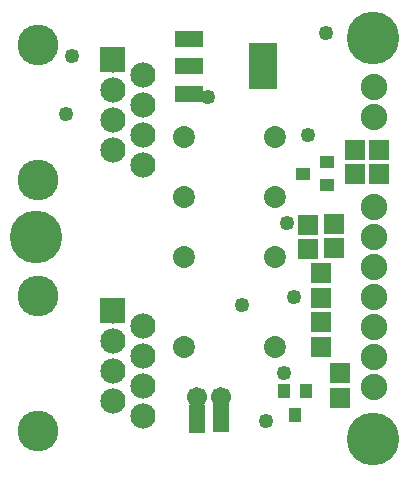
<source format=gts>
G04 MADE WITH FRITZING*
G04 WWW.FRITZING.ORG*
G04 DOUBLE SIDED*
G04 HOLES PLATED*
G04 CONTOUR ON CENTER OF CONTOUR VECTOR*
%ASAXBY*%
%FSLAX23Y23*%
%MOIN*%
%OFA0B0*%
%SFA1.0B1.0*%
%ADD10C,0.049370*%
%ADD11C,0.084000*%
%ADD12C,0.135984*%
%ADD13C,0.067000*%
%ADD14C,0.088000*%
%ADD15C,0.073221*%
%ADD16C,0.175354*%
%ADD17R,0.041496X0.045433*%
%ADD18R,0.045433X0.041496*%
%ADD19R,0.098000X0.058000*%
%ADD20R,0.096614X0.151732*%
%ADD21R,0.069055X0.065118*%
%ADD22R,0.065118X0.069055*%
%ADD23R,0.055957X0.096424*%
%ADD24R,0.001000X0.001000*%
%LNMASK1*%
G90*
G70*
G54D10*
X1075Y1140D03*
G54D11*
X524Y203D03*
X424Y253D03*
X524Y303D03*
X524Y403D03*
X524Y503D03*
X424Y353D03*
X424Y453D03*
X424Y553D03*
G54D12*
X174Y603D03*
X174Y153D03*
G54D11*
X523Y1040D03*
X423Y1090D03*
X523Y1140D03*
X523Y1240D03*
X523Y1340D03*
X423Y1190D03*
X423Y1290D03*
X423Y1390D03*
G54D12*
X173Y1440D03*
X173Y990D03*
G54D13*
X782Y265D03*
X703Y265D03*
X782Y265D03*
X703Y265D03*
G54D10*
X286Y1404D03*
X267Y1208D03*
X739Y1267D03*
G54D14*
X1295Y1300D03*
X1295Y1200D03*
G54D10*
X1134Y1480D03*
G54D14*
X1294Y898D03*
X1294Y798D03*
X1294Y698D03*
X1294Y598D03*
X1294Y498D03*
X1294Y398D03*
X1294Y298D03*
G54D10*
X855Y573D03*
X932Y186D03*
X993Y346D03*
G54D15*
X963Y734D03*
X660Y1133D03*
X660Y934D03*
X660Y734D03*
X660Y434D03*
X963Y434D03*
X963Y934D03*
X963Y1133D03*
G54D16*
X167Y799D03*
X1291Y1464D03*
X1291Y125D03*
G54D10*
X1003Y847D03*
X1028Y600D03*
G54D17*
X1068Y286D03*
X993Y286D03*
X1031Y207D03*
G54D18*
X1136Y974D03*
X1136Y1049D03*
X1057Y1011D03*
G54D19*
X678Y1459D03*
X678Y1368D03*
X678Y1277D03*
G54D20*
X922Y1368D03*
G54D21*
X1074Y841D03*
X1074Y761D03*
X1117Y434D03*
X1117Y515D03*
X1159Y843D03*
X1159Y763D03*
X1117Y678D03*
X1117Y597D03*
G54D22*
X1229Y1008D03*
X1310Y1008D03*
X1310Y1088D03*
X1230Y1088D03*
G54D21*
X1181Y345D03*
X1181Y264D03*
G54D23*
X784Y196D03*
X703Y194D03*
G54D24*
X381Y1433D02*
X463Y1433D01*
X381Y1432D02*
X463Y1432D01*
X381Y1431D02*
X463Y1431D01*
X381Y1430D02*
X463Y1430D01*
X381Y1429D02*
X463Y1429D01*
X381Y1428D02*
X463Y1428D01*
X381Y1427D02*
X463Y1427D01*
X381Y1426D02*
X463Y1426D01*
X381Y1425D02*
X463Y1425D01*
X381Y1424D02*
X463Y1424D01*
X381Y1423D02*
X463Y1423D01*
X381Y1422D02*
X463Y1422D01*
X381Y1421D02*
X463Y1421D01*
X381Y1420D02*
X463Y1420D01*
X381Y1419D02*
X463Y1419D01*
X381Y1418D02*
X463Y1418D01*
X381Y1417D02*
X463Y1417D01*
X381Y1416D02*
X463Y1416D01*
X381Y1415D02*
X463Y1415D01*
X381Y1414D02*
X463Y1414D01*
X381Y1413D02*
X463Y1413D01*
X381Y1412D02*
X463Y1412D01*
X381Y1411D02*
X463Y1411D01*
X381Y1410D02*
X463Y1410D01*
X381Y1409D02*
X463Y1409D01*
X381Y1408D02*
X463Y1408D01*
X381Y1407D02*
X463Y1407D01*
X381Y1406D02*
X421Y1406D01*
X423Y1406D02*
X463Y1406D01*
X381Y1405D02*
X416Y1405D01*
X428Y1405D02*
X463Y1405D01*
X381Y1404D02*
X414Y1404D01*
X430Y1404D02*
X463Y1404D01*
X381Y1403D02*
X413Y1403D01*
X431Y1403D02*
X463Y1403D01*
X381Y1402D02*
X411Y1402D01*
X433Y1402D02*
X463Y1402D01*
X381Y1401D02*
X410Y1401D01*
X434Y1401D02*
X463Y1401D01*
X381Y1400D02*
X410Y1400D01*
X434Y1400D02*
X463Y1400D01*
X381Y1399D02*
X409Y1399D01*
X435Y1399D02*
X463Y1399D01*
X381Y1398D02*
X408Y1398D01*
X436Y1398D02*
X463Y1398D01*
X381Y1397D02*
X408Y1397D01*
X436Y1397D02*
X463Y1397D01*
X381Y1396D02*
X408Y1396D01*
X436Y1396D02*
X463Y1396D01*
X381Y1395D02*
X407Y1395D01*
X437Y1395D02*
X463Y1395D01*
X381Y1394D02*
X407Y1394D01*
X437Y1394D02*
X463Y1394D01*
X381Y1393D02*
X407Y1393D01*
X437Y1393D02*
X463Y1393D01*
X381Y1392D02*
X407Y1392D01*
X437Y1392D02*
X463Y1392D01*
X381Y1391D02*
X407Y1391D01*
X437Y1391D02*
X463Y1391D01*
X381Y1390D02*
X407Y1390D01*
X437Y1390D02*
X463Y1390D01*
X381Y1389D02*
X407Y1389D01*
X437Y1389D02*
X463Y1389D01*
X381Y1388D02*
X407Y1388D01*
X437Y1388D02*
X463Y1388D01*
X381Y1387D02*
X407Y1387D01*
X437Y1387D02*
X463Y1387D01*
X381Y1386D02*
X408Y1386D01*
X436Y1386D02*
X463Y1386D01*
X381Y1385D02*
X408Y1385D01*
X436Y1385D02*
X463Y1385D01*
X381Y1384D02*
X409Y1384D01*
X435Y1384D02*
X463Y1384D01*
X381Y1383D02*
X409Y1383D01*
X435Y1383D02*
X463Y1383D01*
X381Y1382D02*
X410Y1382D01*
X434Y1382D02*
X463Y1382D01*
X381Y1381D02*
X411Y1381D01*
X433Y1381D02*
X463Y1381D01*
X381Y1380D02*
X412Y1380D01*
X432Y1380D02*
X463Y1380D01*
X381Y1379D02*
X414Y1379D01*
X430Y1379D02*
X463Y1379D01*
X381Y1378D02*
X415Y1378D01*
X429Y1378D02*
X463Y1378D01*
X381Y1377D02*
X418Y1377D01*
X426Y1377D02*
X463Y1377D01*
X381Y1376D02*
X463Y1376D01*
X381Y1375D02*
X463Y1375D01*
X381Y1374D02*
X463Y1374D01*
X381Y1373D02*
X463Y1373D01*
X381Y1372D02*
X463Y1372D01*
X381Y1371D02*
X463Y1371D01*
X381Y1370D02*
X463Y1370D01*
X381Y1369D02*
X463Y1369D01*
X381Y1368D02*
X463Y1368D01*
X381Y1367D02*
X463Y1367D01*
X381Y1366D02*
X463Y1366D01*
X381Y1365D02*
X463Y1365D01*
X381Y1364D02*
X463Y1364D01*
X381Y1363D02*
X463Y1363D01*
X381Y1362D02*
X463Y1362D01*
X381Y1361D02*
X463Y1361D01*
X381Y1360D02*
X463Y1360D01*
X381Y1359D02*
X463Y1359D01*
X381Y1358D02*
X463Y1358D01*
X381Y1357D02*
X463Y1357D01*
X381Y1356D02*
X463Y1356D01*
X381Y1355D02*
X463Y1355D01*
X381Y1354D02*
X463Y1354D01*
X381Y1353D02*
X463Y1353D01*
X381Y1352D02*
X463Y1352D01*
X381Y1351D02*
X463Y1351D01*
X381Y1350D02*
X463Y1350D01*
X381Y596D02*
X464Y596D01*
X381Y595D02*
X464Y595D01*
X381Y594D02*
X464Y594D01*
X381Y593D02*
X464Y593D01*
X381Y592D02*
X464Y592D01*
X381Y591D02*
X464Y591D01*
X381Y590D02*
X464Y590D01*
X381Y589D02*
X464Y589D01*
X381Y588D02*
X464Y588D01*
X381Y587D02*
X464Y587D01*
X381Y586D02*
X464Y586D01*
X381Y585D02*
X464Y585D01*
X381Y584D02*
X464Y584D01*
X381Y583D02*
X464Y583D01*
X381Y582D02*
X464Y582D01*
X381Y581D02*
X464Y581D01*
X381Y580D02*
X464Y580D01*
X381Y579D02*
X464Y579D01*
X381Y578D02*
X464Y578D01*
X381Y577D02*
X464Y577D01*
X381Y576D02*
X464Y576D01*
X381Y575D02*
X464Y575D01*
X381Y574D02*
X464Y574D01*
X381Y573D02*
X464Y573D01*
X381Y572D02*
X464Y572D01*
X381Y571D02*
X464Y571D01*
X381Y570D02*
X464Y570D01*
X381Y569D02*
X422Y569D01*
X424Y569D02*
X464Y569D01*
X381Y568D02*
X417Y568D01*
X429Y568D02*
X464Y568D01*
X381Y567D02*
X415Y567D01*
X431Y567D02*
X464Y567D01*
X381Y566D02*
X413Y566D01*
X432Y566D02*
X464Y566D01*
X381Y565D02*
X412Y565D01*
X433Y565D02*
X464Y565D01*
X381Y564D02*
X411Y564D01*
X434Y564D02*
X464Y564D01*
X381Y563D02*
X410Y563D01*
X435Y563D02*
X464Y563D01*
X381Y562D02*
X410Y562D01*
X436Y562D02*
X464Y562D01*
X381Y561D02*
X409Y561D01*
X436Y561D02*
X464Y561D01*
X381Y560D02*
X409Y560D01*
X437Y560D02*
X464Y560D01*
X381Y559D02*
X408Y559D01*
X437Y559D02*
X464Y559D01*
X381Y558D02*
X408Y558D01*
X438Y558D02*
X464Y558D01*
X381Y557D02*
X408Y557D01*
X438Y557D02*
X464Y557D01*
X381Y556D02*
X408Y556D01*
X438Y556D02*
X464Y556D01*
X381Y555D02*
X408Y555D01*
X438Y555D02*
X464Y555D01*
X381Y554D02*
X408Y554D01*
X438Y554D02*
X464Y554D01*
X381Y553D02*
X408Y553D01*
X438Y553D02*
X464Y553D01*
X381Y552D02*
X408Y552D01*
X438Y552D02*
X464Y552D01*
X381Y551D02*
X408Y551D01*
X438Y551D02*
X464Y551D01*
X381Y550D02*
X408Y550D01*
X437Y550D02*
X464Y550D01*
X381Y549D02*
X409Y549D01*
X437Y549D02*
X464Y549D01*
X381Y548D02*
X409Y548D01*
X437Y548D02*
X464Y548D01*
X381Y547D02*
X410Y547D01*
X436Y547D02*
X464Y547D01*
X381Y546D02*
X410Y546D01*
X435Y546D02*
X464Y546D01*
X381Y545D02*
X411Y545D01*
X435Y545D02*
X464Y545D01*
X381Y544D02*
X412Y544D01*
X434Y544D02*
X464Y544D01*
X381Y543D02*
X413Y543D01*
X433Y543D02*
X464Y543D01*
X381Y542D02*
X414Y542D01*
X431Y542D02*
X464Y542D01*
X381Y541D02*
X416Y541D01*
X430Y541D02*
X464Y541D01*
X381Y540D02*
X419Y540D01*
X427Y540D02*
X464Y540D01*
X381Y539D02*
X464Y539D01*
X381Y538D02*
X464Y538D01*
X381Y537D02*
X464Y537D01*
X381Y536D02*
X464Y536D01*
X381Y535D02*
X464Y535D01*
X381Y534D02*
X464Y534D01*
X381Y533D02*
X464Y533D01*
X381Y532D02*
X464Y532D01*
X381Y531D02*
X464Y531D01*
X381Y530D02*
X464Y530D01*
X381Y529D02*
X464Y529D01*
X381Y528D02*
X464Y528D01*
X381Y527D02*
X464Y527D01*
X381Y526D02*
X464Y526D01*
X381Y525D02*
X464Y525D01*
X381Y524D02*
X464Y524D01*
X381Y523D02*
X464Y523D01*
X381Y522D02*
X464Y522D01*
X381Y521D02*
X464Y521D01*
X381Y520D02*
X464Y520D01*
X381Y519D02*
X464Y519D01*
X381Y518D02*
X464Y518D01*
X381Y517D02*
X464Y517D01*
X381Y516D02*
X464Y516D01*
X381Y515D02*
X464Y515D01*
X381Y514D02*
X464Y514D01*
X381Y513D02*
X464Y513D01*
D02*
G04 End of Mask1*
M02*
</source>
